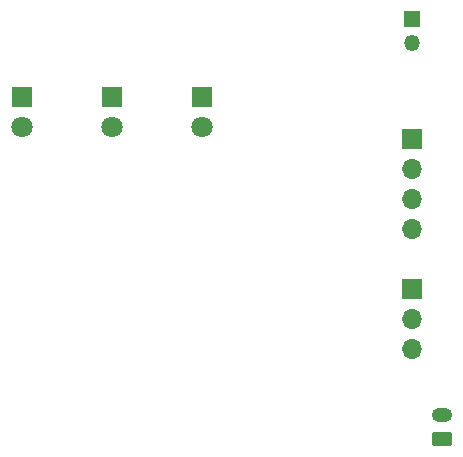
<source format=gbr>
%TF.GenerationSoftware,KiCad,Pcbnew,7.0.9*%
%TF.CreationDate,2023-12-04T00:09:17-03:00*%
%TF.ProjectId,regador,72656761-646f-4722-9e6b-696361645f70,1.0*%
%TF.SameCoordinates,Original*%
%TF.FileFunction,Soldermask,Bot*%
%TF.FilePolarity,Negative*%
%FSLAX46Y46*%
G04 Gerber Fmt 4.6, Leading zero omitted, Abs format (unit mm)*
G04 Created by KiCad (PCBNEW 7.0.9) date 2023-12-04 00:09:17*
%MOMM*%
%LPD*%
G01*
G04 APERTURE LIST*
G04 Aperture macros list*
%AMRoundRect*
0 Rectangle with rounded corners*
0 $1 Rounding radius*
0 $2 $3 $4 $5 $6 $7 $8 $9 X,Y pos of 4 corners*
0 Add a 4 corners polygon primitive as box body*
4,1,4,$2,$3,$4,$5,$6,$7,$8,$9,$2,$3,0*
0 Add four circle primitives for the rounded corners*
1,1,$1+$1,$2,$3*
1,1,$1+$1,$4,$5*
1,1,$1+$1,$6,$7*
1,1,$1+$1,$8,$9*
0 Add four rect primitives between the rounded corners*
20,1,$1+$1,$2,$3,$4,$5,0*
20,1,$1+$1,$4,$5,$6,$7,0*
20,1,$1+$1,$6,$7,$8,$9,0*
20,1,$1+$1,$8,$9,$2,$3,0*%
G04 Aperture macros list end*
%ADD10R,1.800000X1.800000*%
%ADD11C,1.800000*%
%ADD12R,1.700000X1.700000*%
%ADD13O,1.700000X1.700000*%
%ADD14O,1.350000X1.350000*%
%ADD15R,1.350000X1.350000*%
%ADD16RoundRect,0.250000X0.625000X-0.350000X0.625000X0.350000X-0.625000X0.350000X-0.625000X-0.350000X0*%
%ADD17O,1.750000X1.200000*%
G04 APERTURE END LIST*
D10*
%TO.C,D2*%
X117790000Y-89664950D03*
D11*
X117790000Y-92204950D03*
%TD*%
D10*
%TO.C,D3*%
X110170000Y-89664950D03*
D11*
X110170000Y-92204950D03*
%TD*%
%TO.C,D1*%
X125410000Y-92204950D03*
D10*
X125410000Y-89664950D03*
%TD*%
D12*
%TO.C,J4*%
X143190000Y-105915050D03*
D13*
X143190000Y-108455050D03*
X143190000Y-110995050D03*
%TD*%
D12*
%TO.C,J3*%
X143190000Y-93215050D03*
D13*
X143190000Y-95755050D03*
X143190000Y-98295050D03*
X143190000Y-100835050D03*
%TD*%
D14*
%TO.C,J2*%
X143190000Y-85055050D03*
D15*
X143190000Y-83055050D03*
%TD*%
D16*
%TO.C,J1*%
X145730000Y-118615050D03*
D17*
X145730000Y-116615050D03*
%TD*%
M02*

</source>
